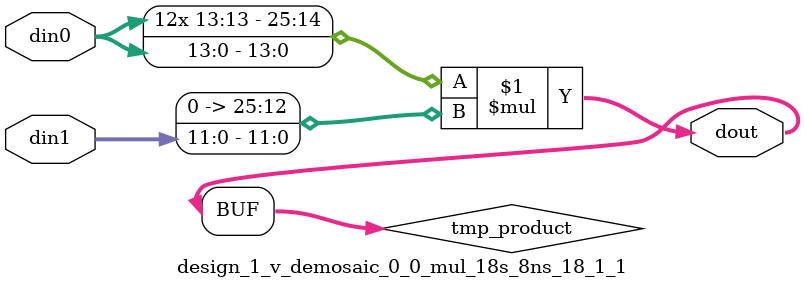
<source format=v>

`timescale 1 ns / 1 ps

 module design_1_v_demosaic_0_0_mul_18s_8ns_18_1_1(din0, din1, dout);
parameter ID = 1;
parameter NUM_STAGE = 0;
parameter din0_WIDTH = 14;
parameter din1_WIDTH = 12;
parameter dout_WIDTH = 26;

input [din0_WIDTH - 1 : 0] din0; 
input [din1_WIDTH - 1 : 0] din1; 
output [dout_WIDTH - 1 : 0] dout;

wire signed [dout_WIDTH - 1 : 0] tmp_product;


























assign tmp_product = $signed(din0) * $signed({1'b0, din1});









assign dout = tmp_product;





















endmodule

</source>
